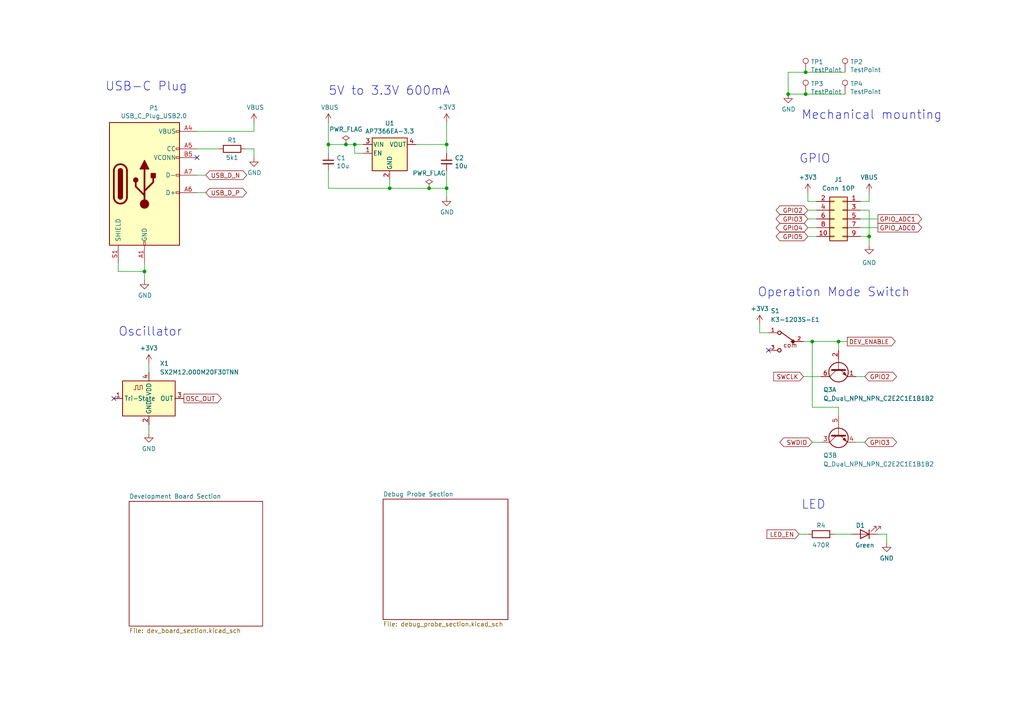
<source format=kicad_sch>
(kicad_sch (version 20230121) (generator eeschema)
  (paper "A4")
  (title_block (title "RP2040 Development Expansion Card") (date "2024-04-01") (rev "0.1") (company "Florian Beck") (comment 1 "This work is licensed under a Creative Commons Attribution 4.0 International License") (comment 2 "Based on Framework expansion card reference design (CC-BY)") (comment 4 "https://frame.work"))
  (lib_symbols
    (symbol "Connector:TestPoint" (pin_numbers hide) (pin_names (offset 0.762) hide)
      (property "Reference" "TP" (at 0 6.858 0))
      (property "Value" "TestPoint" (at 0 5.08 0))
      (symbol "TestPoint_0_1"
        (circle (center 0 3.302) (radius 0.762))
      )
      (symbol "TestPoint_1_1"
        (pin passive line (at 0 0 90) (length 2.54) (name "1") (number "1"))
      )
    )
    (symbol "Connector:USB_C_Plug_USB2.0" (pin_names (offset 1.016))
      (property "Reference" "P" (at -10.16 19.05 0))
      (property "Value" "USB_C_Plug_USB2.0" (at 12.7 19.05 0))
      (symbol "USB_C_Plug_USB2.0_0_0"
        (rectangle (start -0.254 -17.78) (end 0.254 -16.764))
        (rectangle (start 10.16 -2.286) (end 9.144 -2.794))
        (rectangle (start 10.16 2.794) (end 9.144 2.286))
        (rectangle (start 10.16 7.874) (end 9.144 7.366))
        (rectangle (start 10.16 10.414) (end 9.144 9.906))
        (rectangle (start 10.16 15.494) (end 9.144 14.986))
      )
      (symbol "USB_C_Plug_USB2.0_0_1"
        (rectangle (start -10.16 17.78) (end 10.16 -17.78) (stroke (width 0.254)) (fill (type background)))
        (arc (start -8.89 -3.81) (mid -6.985 -5.7067) (end -5.08 -3.81) (stroke (width 0.508)))
        (arc (start -7.62 -3.81) (mid -6.985 -4.4423) (end -6.35 -3.81) (stroke (width 0.254)))
        (arc (start -7.62 -3.81) (mid -6.985 -4.4423) (end -6.35 -3.81) (stroke (width 0.254)) (fill (type outline)))
        (rectangle (start -7.62 -3.81) (end -6.35 3.81) (stroke (width 0.254)) (fill (type outline)))
        (arc (start -6.35 3.81) (mid -6.985 4.4423) (end -7.62 3.81) (stroke (width 0.254)))
        (arc (start -6.35 3.81) (mid -6.985 4.4423) (end -7.62 3.81) (stroke (width 0.254)) (fill (type outline)))
        (arc (start -5.08 3.81) (mid -6.985 5.7067) (end -8.89 3.81) (stroke (width 0.508)))
        (circle (center -2.54 1.143) (radius 0.635) (stroke (width 0.254)) (fill (type outline)))
        (circle (center 0 -5.842) (radius 1.27) (fill (type outline)))
        (polyline (pts (xy -8.89 -3.81) (xy -8.89 3.81)) (stroke (width 0.508)))
        (polyline (pts (xy -5.08 3.81) (xy -5.08 -3.81)) (stroke (width 0.508)))
        (polyline (pts (xy 0 -5.842) (xy 0 4.318)) (stroke (width 0.508)))
        (polyline (pts (xy 0 -3.302) (xy -2.54 -0.762) (xy -2.54 0.508)) (stroke (width 0.508)))
        (polyline (pts (xy 0 -2.032) (xy 2.54 0.508) (xy 2.54 1.778)) (stroke (width 0.508)))
        (polyline (pts (xy -1.27 4.318) (xy 0 6.858) (xy 1.27 4.318) (xy -1.27 4.318)) (stroke (width 0.254)) (fill (type outline)))
        (rectangle (start 1.905 1.778) (end 3.175 3.048) (stroke (width 0.254)) (fill (type outline)))
      )
      (symbol "USB_C_Plug_USB2.0_1_1"
        (pin passive line (at 0 -22.86 90) (length 5.08) (name "GND") (number "A1"))
        (pin passive line (at 0 -22.86 90) (length 5.08) hide (name "GND") (number "A12"))
        (pin passive line (at 15.24 15.24 180) (length 5.08) (name "VBUS") (number "A4"))
        (pin bidirectional line (at 15.24 10.16 180) (length 5.08) (name "CC") (number "A5"))
        (pin bidirectional line (at 15.24 -2.54 180) (length 5.08) (name "D+") (number "A6"))
        (pin bidirectional line (at 15.24 2.54 180) (length 5.08) (name "D-") (number "A7"))
        (pin passive line (at 15.24 15.24 180) (length 5.08) hide (name "VBUS") (number "A9"))
        (pin passive line (at 0 -22.86 90) (length 5.08) hide (name "GND") (number "B1"))
        (pin passive line (at 0 -22.86 90) (length 5.08) hide (name "GND") (number "B12"))
        (pin passive line (at 15.24 15.24 180) (length 5.08) hide (name "VBUS") (number "B4"))
        (pin bidirectional line (at 15.24 7.62 180) (length 5.08) (name "VCONN") (number "B5"))
        (pin passive line (at 15.24 15.24 180) (length 5.08) hide (name "VBUS") (number "B9"))
        (pin passive line (at -7.62 -22.86 90) (length 5.08) (name "SHIELD") (number "S1"))
      )
    )
    (symbol "Connector_Generic:Conn_02x05_Odd_Even" (pin_names (offset 1.016) hide)
      (property "Reference" "J" (at 1.27 7.62 0))
      (property "Value" "Conn_02x05_Odd_Even" (at 1.27 -7.62 0))
      (symbol "Conn_02x05_Odd_Even_1_1"
        (rectangle (start -1.27 -4.953) (end 0 -5.207) (stroke (width 0.1524)))
        (rectangle (start -1.27 -2.413) (end 0 -2.667) (stroke (width 0.1524)))
        (rectangle (start -1.27 0.127) (end 0 -0.127) (stroke (width 0.1524)))
        (rectangle (start -1.27 2.667) (end 0 2.413) (stroke (width 0.1524)))
        (rectangle (start -1.27 5.207) (end 0 4.953) (stroke (width 0.1524)))
        (rectangle (start -1.27 6.35) (end 3.81 -6.35) (stroke (width 0.254)) (fill (type background)))
        (rectangle (start 3.81 -4.953) (end 2.54 -5.207) (stroke (width 0.1524)))
        (rectangle (start 3.81 -2.413) (end 2.54 -2.667) (stroke (width 0.1524)))
        (rectangle (start 3.81 0.127) (end 2.54 -0.127) (stroke (width 0.1524)))
        (rectangle (start 3.81 2.667) (end 2.54 2.413) (stroke (width 0.1524)))
        (rectangle (start 3.81 5.207) (end 2.54 4.953) (stroke (width 0.1524)))
        (pin passive line (at -5.08 5.08 0) (length 3.81) (name "Pin_1") (number "1"))
        (pin passive line (at 7.62 -5.08 180) (length 3.81) (name "Pin_10") (number "10"))
        (pin passive line (at 7.62 5.08 180) (length 3.81) (name "Pin_2") (number "2"))
        (pin passive line (at -5.08 2.54 0) (length 3.81) (name "Pin_3") (number "3"))
        (pin passive line (at 7.62 2.54 180) (length 3.81) (name "Pin_4") (number "4"))
        (pin passive line (at -5.08 0 0) (length 3.81) (name "Pin_5") (number "5"))
        (pin passive line (at 7.62 0 180) (length 3.81) (name "Pin_6") (number "6"))
        (pin passive line (at -5.08 -2.54 0) (length 3.81) (name "Pin_7") (number "7"))
        (pin passive line (at 7.62 -2.54 180) (length 3.81) (name "Pin_8") (number "8"))
        (pin passive line (at -5.08 -5.08 0) (length 3.81) (name "Pin_9") (number "9"))
      )
    )
    (symbol "Device:C_Small" (pin_numbers hide) (pin_names (offset 0.254) hide)
      (property "Reference" "C" (at 0.254 1.778 0))
      (property "Value" "C_Small" (at 0.254 -2.032 0))
      (symbol "C_Small_0_1"
        (polyline (pts (xy -1.524 -0.508) (xy 1.524 -0.508)) (stroke (width 0.3302)))
        (polyline (pts (xy -1.524 0.508) (xy 1.524 0.508)) (stroke (width 0.3048)))
      )
      (symbol "C_Small_1_1"
        (pin passive line (at 0 2.54 270) (length 2.032) (name "~") (number "1"))
        (pin passive line (at 0 -2.54 90) (length 2.032) (name "~") (number "2"))
      )
    )
    (symbol "Device:LED" (pin_numbers hide) (pin_names (offset 1.016) hide)
      (property "Reference" "D" (at 0 2.54 0))
      (property "Value" "LED" (at 0 -2.54 0))
      (symbol "LED_0_1"
        (polyline (pts (xy -1.27 -1.27) (xy -1.27 1.27)) (stroke (width 0.254)))
        (polyline (pts (xy -1.27 0) (xy 1.27 0)))
        (polyline (pts (xy 1.27 -1.27) (xy 1.27 1.27) (xy -1.27 0) (xy 1.27 -1.27)) (stroke (width 0.254)))
        (polyline (pts (xy -3.048 -0.762) (xy -4.572 -2.286) (xy -3.81 -2.286) (xy -4.572 -2.286) (xy -4.572 -1.524)))
        (polyline (pts (xy -1.778 -0.762) (xy -3.302 -2.286) (xy -2.54 -2.286) (xy -3.302 -2.286) (xy -3.302 -1.524)))
      )
      (symbol "LED_1_1"
        (pin passive line (at -3.81 0 0) (length 2.54) (name "K") (number "1"))
        (pin passive line (at 3.81 0 180) (length 2.54) (name "A") (number "2"))
      )
    )
    (symbol "Device:Q_Dual_NPN_NPN_E1B1C2E2B2C1" (pin_names (offset 0) hide)
      (property "Reference" "Q" (at 5.08 1.27 0))
      (property "Value" "Q_Dual_NPN_NPN_E1B1C2E2B2C1" (at 5.08 -1.27 0))
      (symbol "Q_Dual_NPN_NPN_E1B1C2E2B2C1_0_1"
        (polyline (pts (xy 0.635 0) (xy -2.54 0)))
        (polyline (pts (xy 0.635 0.635) (xy 2.54 2.54)))
        (polyline (pts (xy 0.635 -0.635) (xy 2.54 -2.54) (xy 2.54 -2.54)))
        (polyline (pts (xy 0.635 1.905) (xy 0.635 -1.905) (xy 0.635 -1.905)) (stroke (width 0.508)))
        (polyline (pts (xy 1.27 -1.778) (xy 1.778 -1.27) (xy 2.286 -2.286) (xy 1.27 -1.778) (xy 1.27 -1.778)) (fill (type outline)))
        (circle (center 1.27 0) (radius 2.8194) (stroke (width 0.254)))
      )
      (symbol "Q_Dual_NPN_NPN_E1B1C2E2B2C1_1_1"
        (pin passive line (at 2.54 -5.08 90) (length 2.54) (name "E1") (number "1"))
        (pin input line (at -5.08 0 0) (length 2.54) (name "B1") (number "2"))
        (pin passive line (at 2.54 5.08 270) (length 2.54) (name "C1") (number "6"))
      )
      (symbol "Q_Dual_NPN_NPN_E1B1C2E2B2C1_2_1"
        (pin passive line (at 2.54 5.08 270) (length 2.54) (name "C2") (number "3"))
        (pin passive line (at 2.54 -5.08 90) (length 2.54) (name "E2") (number "4"))
        (pin input line (at -5.08 0 0) (length 2.54) (name "B2") (number "5"))
      )
    )
    (symbol "Device:R" (pin_numbers hide) (pin_names (offset 0))
      (property "Reference" "R" (at 2.032 0 90))
      (property "Value" "R" (at 0 0 90))
      (symbol "R_0_1"
        (rectangle (start -1.016 -2.54) (end 1.016 2.54) (stroke (width 0.254)))
      )
      (symbol "R_1_1"
        (pin passive line (at 0 3.81 270) (length 1.27) (name "~") (number "1"))
        (pin passive line (at 0 -3.81 90) (length 1.27) (name "~") (number "2"))
      )
    )
    (symbol "Oscillator:ECS-2520MV-xxx-xx"
      (property "Reference" "X" (at -5.08 6.35 0))
      (property "Value" "ECS-2520MV-xxx-xx" (at 1.27 -6.35 0))
      (symbol "ECS-2520MV-xxx-xx_0_1"
        (rectangle (start -7.62 5.08) (end 7.62 -5.08) (stroke (width 0.254)) (fill (type background)))
        (polyline (pts (xy -4.445 2.54) (xy -3.81 2.54) (xy -3.81 3.81) (xy -3.175 3.81) (xy -3.175 2.54) (xy -2.54 2.54) (xy -2.54 3.81) (xy -1.905 3.81) (xy -1.905 2.54)))
      )
      (symbol "ECS-2520MV-xxx-xx_1_1"
        (pin input line (at -10.16 0 0) (length 2.54) (name "Tri-State") (number "1"))
        (pin power_in line (at 0 -7.62 90) (length 2.54) (name "GND") (number "2"))
        (pin output line (at 10.16 0 180) (length 2.54) (name "OUT") (number "3"))
        (pin power_in line (at 0 7.62 270) (length 2.54) (name "VDD") (number "4"))
      )
    )
    (symbol "Regulator_Linear:AP7366EA-3.3" (pin_names (offset 0.254))
      (property "Reference" "U" (at -5.08 5.715 0))
      (property "Value" "AP7366EA-3.3" (at 0 5.715 0))
      (symbol "AP7366EA-3.3_0_1"
        (rectangle (start -5.08 4.445) (end 5.08 -5.08) (stroke (width 0.254)) (fill (type background)))
      )
      (symbol "AP7366EA-3.3_1_1"
        (pin input line (at -7.62 0 0) (length 2.54) (name "EN") (number "1"))
        (pin power_in line (at 0 -7.62 90) (length 2.54) (name "GND") (number "2"))
        (pin power_in line (at -7.62 2.54 0) (length 2.54) (name "VIN") (number "3"))
        (pin power_out line (at 7.62 2.54 180) (length 2.54) (name "VOUT") (number "4"))
        (pin no_connect line (at 5.08 0 180) (length 2.54) hide (name "NC") (number "5"))
        (pin no_connect line (at 5.08 -2.54 180) (length 2.54) hide (name "NC") (number "6"))
      )
    )
    (symbol "SnapEDA:450404015514" (pin_names (offset 1.016))
      (property "Reference" "S" (at 2.14 4.11 0))
      (property "Value" "450404015514" (at -2.41 -5.12 0))
      (symbol "450404015514_0_0"
        (polyline (pts (xy -1.646 0.5) (xy 1.4 2.7)) (stroke (width 0.254)))
        (polyline (pts (xy -2.032 -0.508) (xy -2.54 0) (xy -2.032 0.508) (xy -1.524 0) (xy -2.032 -0.508)) (stroke (width 0.254)) (fill (type outline)))
        (circle (center 1.905 -2.54) (radius 0.508) (stroke (width 0.254)))
        (circle (center 1.905 2.54) (radius 0.508) (stroke (width 0.254)))
        (text "com" (at -3.3 -1.8 0) (effects (font (size 1.27 1.27)) (justify left bottom)))
        (pin passive line (at 5.08 2.54 180) (length 2.54) (name "~") (number "1"))
        (pin passive line (at -5.08 0 0) (length 2.54) (name "~") (number "2"))
        (pin passive line (at 5.08 -2.54 180) (length 2.54) (name "~") (number "3"))
      )
    )
    (symbol "power:+3V3" (power) (pin_names (offset 0))
      (property "Value" "+3V3" (at 0 3.556 0))
      (symbol "+3V3_0_1"
        (polyline (pts (xy -0.762 1.27) (xy 0 2.54)))
        (polyline (pts (xy 0 0) (xy 0 2.54)))
        (polyline (pts (xy 0 2.54) (xy 0.762 1.27)))
      )
      (symbol "+3V3_1_1"
        (pin power_in line (at 0 0 90) (length 0) hide (name "+3V3") (number "1"))
      )
    )
    (symbol "power:GND" (power) (pin_names (offset 0))
      (property "Value" "GND" (at 0 -3.81 0))
      (symbol "GND_0_1"
        (polyline (pts (xy 0 0) (xy 0 -1.27) (xy 1.27 -1.27) (xy 0 -2.54) (xy -1.27 -1.27) (xy 0 -1.27)))
      )
      (symbol "GND_1_1"
        (pin power_in line (at 0 0 270) (length 0) hide (name "GND") (number "1"))
      )
    )
    (symbol "power:PWR_FLAG" (power) (pin_numbers hide) (pin_names (offset 0) hide)
      (property "Value" "PWR_FLAG" (at 0 3.81 0))
      (symbol "PWR_FLAG_0_0"
        (pin power_out line (at 0 0 90) (length 0) (name "pwr") (number "1"))
      )
      (symbol "PWR_FLAG_0_1"
        (polyline (pts (xy 0 0) (xy 0 1.27) (xy -1.016 1.905) (xy 0 2.54) (xy 1.016 1.905) (xy 0 1.27)))
      )
    )
    (symbol "power:VBUS" (power) (pin_names (offset 0))
      (property "Value" "VBUS" (at 0 3.81 0))
      (symbol "VBUS_0_1"
        (polyline (pts (xy -0.762 1.27) (xy 0 2.54)))
        (polyline (pts (xy 0 0) (xy 0 2.54)))
        (polyline (pts (xy 0 2.54) (xy 0.762 1.27)))
      )
      (symbol "VBUS_1_1"
        (pin power_in line (at 0 0 90) (length 0) hide (name "VBUS") (number "1"))
      )
    )
  )
  (junction (at 235.585 99.06))
  (junction (at 233.68 27.305))
  (junction (at 243.205 99.06))
  (junction (at 95.25 41.91))
  (junction (at 228.6 27.305))
  (junction (at 102.87 41.91))
  (junction (at 233.68 20.955))
  (junction (at 129.54 41.91))
  (junction (at 252.095 68.58))
  (junction (at 129.54 54.61))
  (junction (at 41.91 78.74))
  (junction (at 124.46 54.61))
  (junction (at 100.33 41.91))
  (junction (at 113.03 54.61))
  (no_connect (at 57.15 45.72))
  (no_connect (at 33.02 115.57))
  (no_connect (at 222.885 101.6))
  (wire (pts (xy 241.935 154.94) (xy 247.015 154.94)))
  (wire (pts (xy 105.41 44.45) (xy 102.87 44.45)))
  (wire (pts (xy 236.855 66.04) (xy 234.315 66.04)))
  (wire (pts (xy 129.54 54.61) (xy 129.54 57.15)))
  (wire (pts (xy 113.03 52.07) (xy 113.03 54.61)))
  (wire (pts (xy 249.555 60.96) (xy 252.095 60.96)))
  (wire (pts (xy 234.315 55.88) (xy 234.315 58.42)))
  (wire (pts (xy 257.175 157.48) (xy 257.175 154.94)))
  (wire (pts (xy 245.745 99.06) (xy 243.205 99.06)))
  (wire (pts (xy 236.855 60.96) (xy 234.315 60.96)))
  (wire (pts (xy 249.555 66.04) (xy 254.635 66.04)))
  (wire (pts (xy 120.65 41.91) (xy 129.54 41.91)))
  (wire (pts (xy 95.25 54.61) (xy 113.03 54.61)))
  (wire (pts (xy 257.175 154.94) (xy 254.635 154.94)))
  (wire (pts (xy 57.15 43.18) (xy 63.5 43.18)))
  (wire (pts (xy 231.775 154.94) (xy 234.315 154.94)))
  (wire (pts (xy 243.205 99.06) (xy 243.205 101.6)))
  (wire (pts (xy 248.285 128.27) (xy 250.825 128.27)))
  (wire (pts (xy 243.205 118.11) (xy 235.585 118.11)))
  (wire (pts (xy 34.29 78.74) (xy 41.91 78.74)))
  (wire (pts (xy 245.11 27.305) (xy 233.68 27.305)))
  (wire (pts (xy 73.66 38.1) (xy 73.66 35.56)))
  (wire (pts (xy 34.29 76.2) (xy 34.29 78.74)))
  (wire (pts (xy 113.03 54.61) (xy 124.46 54.61)))
  (wire (pts (xy 248.285 109.22) (xy 250.825 109.22)))
  (wire (pts (xy 235.585 99.06) (xy 235.585 118.11)))
  (wire (pts (xy 220.345 96.52) (xy 222.885 96.52)))
  (wire (pts (xy 71.12 43.18) (xy 73.66 43.18)))
  (wire (pts (xy 249.555 58.42) (xy 252.095 58.42)))
  (wire (pts (xy 43.18 105.41) (xy 43.18 107.95)))
  (wire (pts (xy 129.54 35.56) (xy 129.54 41.91)))
  (wire (pts (xy 243.205 120.65) (xy 243.205 118.11)))
  (wire (pts (xy 41.91 81.28) (xy 41.91 78.74)))
  (wire (pts (xy 95.25 49.53) (xy 95.25 54.61)))
  (wire (pts (xy 129.54 44.45) (xy 129.54 41.91)))
  (wire (pts (xy 233.68 20.955) (xy 228.6 20.955)))
  (wire (pts (xy 228.6 20.955) (xy 228.6 27.305)))
  (wire (pts (xy 236.855 63.5) (xy 234.315 63.5)))
  (wire (pts (xy 95.25 35.56) (xy 95.25 41.91)))
  (wire (pts (xy 252.095 68.58) (xy 252.095 60.96)))
  (wire (pts (xy 95.25 41.91) (xy 100.33 41.91)))
  (wire (pts (xy 236.855 58.42) (xy 234.315 58.42)))
  (wire (pts (xy 235.585 128.27) (xy 238.125 128.27)))
  (wire (pts (xy 124.46 54.61) (xy 129.54 54.61)))
  (wire (pts (xy 245.11 20.955) (xy 233.68 20.955)))
  (wire (pts (xy 233.68 27.305) (xy 228.6 27.305)))
  (wire (pts (xy 252.095 71.12) (xy 252.095 68.58)))
  (wire (pts (xy 235.585 99.06) (xy 243.205 99.06)))
  (wire (pts (xy 57.15 55.88) (xy 59.69 55.88)))
  (wire (pts (xy 249.555 63.5) (xy 254.635 63.5)))
  (wire (pts (xy 236.855 68.58) (xy 234.315 68.58)))
  (wire (pts (xy 57.15 50.8) (xy 59.69 50.8)))
  (wire (pts (xy 102.87 44.45) (xy 102.87 41.91)))
  (wire (pts (xy 43.18 123.19) (xy 43.18 125.73)))
  (wire (pts (xy 41.91 78.74) (xy 41.91 76.2)))
  (wire (pts (xy 252.095 55.88) (xy 252.095 58.42)))
  (wire (pts (xy 129.54 49.53) (xy 129.54 54.61)))
  (wire (pts (xy 249.555 68.58) (xy 252.095 68.58)))
  (wire (pts (xy 95.25 44.45) (xy 95.25 41.91)))
  (wire (pts (xy 73.66 43.18) (xy 73.66 45.72)))
  (wire (pts (xy 233.045 99.06) (xy 235.585 99.06)))
  (wire (pts (xy 220.345 93.98) (xy 220.345 96.52)))
  (wire (pts (xy 57.15 38.1) (xy 73.66 38.1)))
  (wire (pts (xy 233.045 109.22) (xy 238.125 109.22)))
  (wire (pts (xy 102.87 41.91) (xy 105.41 41.91)))
  (wire (pts (xy 100.33 41.91) (xy 102.87 41.91)))
  (text "Oscillator" (at 34.29 97.79 0) (effects (font (size 2.54 2.54)) (justify left bottom)))
  (text "5V to 3.3V 600mA" (at 95.25 27.94 0) (effects (font (size 2.54 2.54)) (justify left bottom)))
  (text "Operation Mode Switch" (at 219.71 86.36 0) (effects (font (size 2.54 2.54)) (justify left bottom)))
  (text "Mechanical mounting" (at 232.41 34.925 0) (effects (font (size 2.54 2.54)) (justify left bottom)))
  (text "LED" (at 232.41 147.955 0) (effects (font (size 2.54 2.54)) (justify left bottom)))
  (text "USB-C Plug" (at 30.48 26.67 0) (effects (font (size 2.54 2.54)) (justify left bottom)))
  (text "GPIO" (at 231.775 47.625 0) (effects (font (size 2.54 2.54)) (justify left bottom)))
  (global_label "SWCLK" (shape input) (at 233.045 109.22 180) (property "Intersheetrefs" "${INTERSHEET_REFS}" (effects hide)))
  (global_label "GPIO2" (shape tri_state) (at 250.825 109.22 0) (property "Intersheetrefs" "${INTERSHEET_REFS}" (effects hide)))
  (global_label "USB_D_P" (shape bidirectional) (at 59.69 55.88 0) (property "Intersheetrefs" "${INTERSHEET_REFS}" (effects hide)))
  (global_label "GPIO_ADC1" (shape output) (at 254.635 63.5 0) (property "Intersheetrefs" "${INTERSHEET_REFS}" (effects hide)))
  (global_label "OSC_OUT" (shape output) (at 53.34 115.57 0) (property "Intersheetrefs" "${INTERSHEET_REFS}" (effects hide)))
  (global_label "DEV_ENABLE" (shape output) (at 245.745 99.06 0) (property "Intersheetrefs" "${INTERSHEET_REFS}" (effects hide)))
  (global_label "SWDIO" (shape bidirectional) (at 235.585 128.27 180) (property "Intersheetrefs" "${INTERSHEET_REFS}" (effects hide)))
  (global_label "USB_D_N" (shape bidirectional) (at 59.69 50.8 0) (property "Intersheetrefs" "${INTERSHEET_REFS}" (effects hide)))
  (global_label "LED_EN" (shape input) (at 231.775 154.94 180) (property "Intersheetrefs" "${INTERSHEET_REFS}" (effects hide)))
  (global_label "GPIO4" (shape tri_state) (at 234.315 66.04 180) (property "Intersheetrefs" "${INTERSHEET_REFS}" (effects hide)))
  (global_label "GPIO3" (shape tri_state) (at 234.315 63.5 180) (property "Intersheetrefs" "${INTERSHEET_REFS}" (effects hide)))
  (global_label "GPIO2" (shape tri_state) (at 234.315 60.96 180) (property "Intersheetrefs" "${INTERSHEET_REFS}" (effects hide)))
  (global_label "GPIO5" (shape tri_state) (at 234.315 68.58 180) (property "Intersheetrefs" "${INTERSHEET_REFS}" (effects hide)))
  (global_label "GPIO3" (shape tri_state) (at 250.825 128.27 0) (property "Intersheetrefs" "${INTERSHEET_REFS}" (effects hide)))
  (global_label "GPIO_ADC0" (shape output) (at 254.635 66.04 0) (property "Intersheetrefs" "${INTERSHEET_REFS}" (effects hide)))
  (symbol (lib_id "Regulator_Linear:AP7366EA-3.3") (at 113.03 44.45 0) (unit 1)
    (property "Reference" "U1" (at 113.03 35.7632 0))
    (property "Value" "AP7366EA-3.3" (at 113.03 38.0746 0))
    (property "Footprint" "Package_DFN_QFN:Diodes_UDFN2020-6_Type-F" (effects hide))
    (property "Datasheet" "https://www.diodes.com/assets/Datasheets/AP2204.pdf" (effects hide))
  )
  (symbol (lib_id "Device:C_Small") (at 95.25 46.99 0) (unit 1)
    (property "Reference" "C1" (at 97.5868 45.8216 0) (effects (justify left)))
    (property "Value" "10u" (at 97.5868 48.133 0) (effects (justify left)))
    (property "Footprint" "Capacitor_SMD:C_0402_1005Metric" (effects hide))
  )
  (symbol (lib_id "Device:C_Small") (at 129.54 46.99 0) (unit 1)
    (property "Reference" "C2" (at 131.8768 45.8216 0) (effects (justify left)))
    (property "Value" "10u" (at 131.8768 48.133 0) (effects (justify left)))
    (property "Footprint" "Capacitor_SMD:C_0402_1005Metric" (effects hide))
  )
  (symbol (lib_id "power:GND") (at 129.54 57.15 0) (unit 1)
    (property "Reference" "#PWR06" (effects hide))
    (property "Value" "GND" (at 129.667 61.5442 0))
  )
  (symbol (lib_id "power:VBUS") (at 95.25 35.56 0) (unit 1)
    (property "Reference" "#PWR04" (effects hide))
    (property "Value" "VBUS" (at 95.631 31.1658 0))
  )
  (symbol (lib_id "Connector:USB_C_Plug_USB2.0") (at 41.91 53.34 0) (unit 1)
    (property "Reference" "P1" (at 44.6278 31.3182 0))
    (property "Value" "USB_C_Plug_USB2.0" (at 44.6278 33.6296 0))
    (property "Footprint" "Expansion_Card:USB_C_Plug_Molex_105444" (effects hide))
    (property "Datasheet" "https://www.usb.org/sites/default/files/documents/usb_type-c.zip" (effects hide))
  )
  (symbol (lib_id "power:GND") (at 41.91 81.28 0) (unit 1)
    (property "Reference" "#PWR01" (effects hide))
    (property "Value" "GND" (at 42.037 85.6742 0))
  )
  (symbol (lib_id "power:GND") (at 73.66 45.72 0) (unit 1)
    (property "Reference" "#PWR03" (effects hide))
    (property "Value" "GND" (at 73.787 50.1142 0))
  )
  (symbol (lib_id "power:VBUS") (at 73.66 35.56 0) (unit 1)
    (property "Reference" "#PWR02" (effects hide))
    (property "Value" "VBUS" (at 74.041 31.1658 0))
  )
  (symbol (lib_id "power:PWR_FLAG") (at 100.33 41.91 0) (unit 1)
    (property "Reference" "#FLG01" (effects hide))
    (property "Value" "PWR_FLAG" (at 100.33 37.5158 0))
  )
  (symbol (lib_id "power:PWR_FLAG") (at 124.46 54.61 0) (unit 1)
    (property "Reference" "#FLG02" (effects hide))
    (property "Value" "PWR_FLAG" (at 124.46 50.2158 0))
  )
  (symbol (lib_id "Connector:TestPoint") (at 245.11 20.955 0) (unit 1)
    (property "Reference" "TP2" (at 246.5832 17.9578 0) (effects (justify left)))
    (property "Value" "TestPoint" (at 246.5832 20.2692 0) (effects (justify left)))
    (property "Footprint" "TestPoint:TestPoint_Pad_1.5x1.5mm" (effects hide))
  )
  (symbol (lib_id "Connector:TestPoint") (at 233.68 20.955 0) (unit 1)
    (property "Reference" "TP1" (at 235.1532 17.9578 0) (effects (justify left)))
    (property "Value" "TestPoint" (at 235.1532 20.2692 0) (effects (justify left)))
    (property "Footprint" "TestPoint:TestPoint_Pad_1.5x1.5mm" (effects hide))
  )
  (symbol (lib_id "Connector:TestPoint") (at 233.68 27.305 0) (unit 1)
    (property "Reference" "TP3" (at 235.1532 24.3078 0) (effects (justify left)))
    (property "Value" "TestPoint" (at 235.1532 26.6192 0) (effects (justify left)))
    (property "Footprint" "TestPoint:TestPoint_Pad_1.5x1.5mm" (effects hide))
  )
  (symbol (lib_id "Connector:TestPoint") (at 245.11 27.305 0) (unit 1)
    (property "Reference" "TP4" (at 246.5832 24.3078 0) (effects (justify left)))
    (property "Value" "TestPoint" (at 246.5832 26.6192 0) (effects (justify left)))
    (property "Footprint" "TestPoint:TestPoint_Pad_1.5x1.5mm" (effects hide))
  )
  (symbol (lib_id "power:GND") (at 228.6 27.305 0) (unit 1)
    (property "Reference" "#PWR0101" (effects hide))
    (property "Value" "GND" (at 228.727 31.6992 0))
  )
  (symbol (lib_id "power:+3V3") (at 129.54 35.56 0) (unit 1)
    (property "Reference" "#PWR023" (effects hide))
    (property "Value" "+3V3" (at 129.54 31.115 0))
  )
  (symbol (lib_id "Connector_Generic:Conn_02x05_Odd_Even") (at 244.475 63.5 0) (mirror y) (unit 1)
    (property "Reference" "J1" (at 243.205 52.07 0))
    (property "Value" "Conn 10P" (at 243.205 54.61 0))
    (property "Footprint" "SnapEDA:Pinheader_PCB_Edge_2x5_2.54mm" (effects hide))
  )
  (symbol (lib_id "power:GND") (at 252.095 71.12 0) (mirror y) (unit 1)
    (property "Reference" "#PWR026" (effects hide))
    (property "Value" "GND" (at 252.095 76.2 0))
  )
  (symbol (lib_id "power:+3V3") (at 43.18 105.41 0) (unit 1)
    (property "Reference" "#PWR046" (effects hide))
    (property "Value" "+3V3" (at 43.18 100.965 0))
  )
  (symbol (lib_id "power:+3V3") (at 220.345 93.98 0) (unit 1)
    (property "Reference" "#PWR014" (effects hide))
    (property "Value" "+3V3" (at 220.345 89.535 0))
  )
  (symbol (lib_id "Oscillator:ECS-2520MV-xxx-xx") (at 43.18 115.57 0) (unit 1)
    (property "Reference" "X1" (at 46.355 105.41 0) (effects (justify left)))
    (property "Value" "SX2M12.000M20F30TNN" (at 46.355 107.95 0) (effects (justify left)))
    (property "Footprint" "Oscillator:Oscillator_SMD_ECS_2520MV-xxx-xx-4Pin_2.5x2.0mm" (effects hide))
    (property "Datasheet" "https://www.ecsxtal.com/store/pdf/ECS-2520MV.pdf" (effects hide))
  )
  (symbol (lib_id "Device:R") (at 67.31 43.18 90) (unit 1)
    (property "Reference" "R1" (at 67.31 40.64 90))
    (property "Value" "5k1" (at 67.31 45.72 90))
    (property "Footprint" "Resistor_SMD:R_0402_1005Metric" (effects hide))
  )
  (symbol (lib_id "power:GND") (at 257.175 157.48 0) (unit 1)
    (property "Reference" "#PWR07" (effects hide))
    (property "Value" "GND" (at 257.175 161.925 0))
  )
  (symbol (lib_id "power:VBUS") (at 252.095 55.88 0) (unit 1)
    (property "Reference" "#PWR05" (effects hide))
    (property "Value" "VBUS" (at 252.095 51.435 0))
  )
  (symbol (lib_id "power:+3V3") (at 234.315 55.88 0) (mirror y) (unit 1)
    (property "Reference" "#PWR024" (effects hide))
    (property "Value" "+3V3" (at 234.315 51.435 0))
  )
  (symbol (lib_id "Device:R") (at 238.125 154.94 90) (unit 1)
    (property "Reference" "R4" (at 238.125 152.4 90))
    (property "Value" "470R" (at 238.125 158.115 90))
    (property "Footprint" "Resistor_SMD:R_0402_1005Metric" (effects hide))
  )
  (symbol (lib_id "SnapEDA:450404015514") (at 227.965 99.06 0) (mirror y) (unit 1)
    (property "Reference" "S1" (at 223.52 90.17 0) (effects (justify right)))
    (property "Value" "K3-1203S-E1" (at 223.52 92.71 0) (effects (justify right)))
    (property "Footprint" "JLCPCB:SW-SMD_K3-1203S-E1" (effects hide))
    (property "MF" "Wurth Electronics" (effects hide))
    (property "Description" "\nMINI SLIDE SWITCH 6.7 X 2.7 MM.\n" (effects hide))
    (property "Package" "None" (effects hide))
    (property "Price" "None" (effects hide))
    (property "Check_prices" "https://www.snapeda.com/parts/450404015514/Wurth+Electronics+Inc./view-part/?ref=eda" (effects hide))
    (property "SnapEDA_Link" "https://www.snapeda.com/parts/450404015514/Wurth+Electronics+Inc./view-part/?ref=snap" (effects hide))
    (property "MP" "450404015514" (effects hide))
    (property "Availability" "In Stock" (effects hide))
    (property "MANUFACTURER" "C&K" (effects hide))
    (property "IR" "300mA" (effects hide))
    (property "QTY" "150" (effects hide))
    (property "PACKAGING" "Tape and Reel" (effects hide))
    (property "VR" "5V(DC)" (effects hide))
    (property "DATASHEET-URL" "https://www.we-online.com/catalog/datasheet/450404015514.pdf" (effects hide))
    (property "Purchase-URL" "https://www.snapeda.com/api/url_track_click_mouser/?unipart_id=3611018&manufacturer=Wurth Electronics&part_name=450404015514&search_term=450404015514" (effects hide))
    (property "PART-NUMBER" "450404015514" (effects hide))
  )
  (symbol (lib_id "Device:LED") (at 250.825 154.94 180) (unit 1)
    (property "Reference" "D1" (at 249.555 152.4 0))
    (property "Value" "Green" (at 250.825 158.115 0))
    (property "Footprint" "LED_SMD:LED_0402_1005Metric" (effects hide))
  )
  (symbol (lib_id "Device:Q_Dual_NPN_NPN_E1B1C2E2B2C1") (at 243.205 125.73 90) (mirror x) (unit 2)
    (property "Reference" "Q3" (at 238.76 132.08 90) (effects (justify right)))
    (property "Value" "Q_Dual_NPN_NPN_C2E2C1E1B1B2" (at 238.76 134.62 90) (effects (justify right)))
    (property "Footprint" "digikey-footprints:SOT-363" (effects hide))
  )
  (symbol (lib_id "Device:Q_Dual_NPN_NPN_E1B1C2E2B2C1") (at 243.205 106.68 90) (mirror x) (unit 1)
    (property "Reference" "Q3" (at 238.76 113.03 90) (effects (justify right)))
    (property "Value" "Q_Dual_NPN_NPN_C2E2C1E1B1B2" (at 238.76 115.57 90) (effects (justify right)))
    (property "Footprint" "digikey-footprints:SOT-363" (effects hide))
  )
  (symbol (lib_id "power:GND") (at 43.18 125.73 0) (unit 1)
    (property "Reference" "#PWR047" (effects hide))
    (property "Value" "GND" (at 43.18 130.175 0))
  )
  (sheet (at 111.125 144.78) (size 36.195 34.925) (stroke (width 0.1524))
    (property "Sheetname" "Debug Probe Section" (at 111.125 144.0684 0) (effects (justify left bottom)))
    (property "Sheetfile" "debug_probe_section.kicad_sch" (at 111.125 180.2896 0) (effects (justify left top)))
  )
  (sheet (at 37.465 145.415) (size 38.735 36.195) (stroke (width 0.1524))
    (property "Sheetname" "Development Board Section" (at 37.465 144.7034 0) (effects (justify left bottom)))
    (property "Sheetfile" "dev_board_section.kicad_sch" (at 37.465 182.1946 0) (effects (justify left top)))
  )
)
</source>
